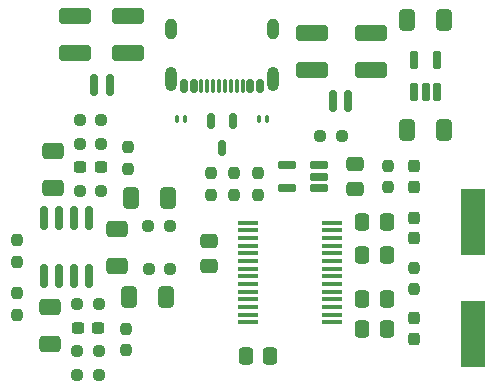
<source format=gtp>
%TF.GenerationSoftware,KiCad,Pcbnew,8.0.4*%
%TF.CreationDate,2024-10-06T13:03:41-05:00*%
%TF.ProjectId,BinauralMic,42696e61-7572-4616-9c4d-69632e6b6963,rev?*%
%TF.SameCoordinates,Original*%
%TF.FileFunction,Paste,Top*%
%TF.FilePolarity,Positive*%
%FSLAX46Y46*%
G04 Gerber Fmt 4.6, Leading zero omitted, Abs format (unit mm)*
G04 Created by KiCad (PCBNEW 8.0.4) date 2024-10-06 13:03:41*
%MOMM*%
%LPD*%
G01*
G04 APERTURE LIST*
G04 Aperture macros list*
%AMRoundRect*
0 Rectangle with rounded corners*
0 $1 Rounding radius*
0 $2 $3 $4 $5 $6 $7 $8 $9 X,Y pos of 4 corners*
0 Add a 4 corners polygon primitive as box body*
4,1,4,$2,$3,$4,$5,$6,$7,$8,$9,$2,$3,0*
0 Add four circle primitives for the rounded corners*
1,1,$1+$1,$2,$3*
1,1,$1+$1,$4,$5*
1,1,$1+$1,$6,$7*
1,1,$1+$1,$8,$9*
0 Add four rect primitives between the rounded corners*
20,1,$1+$1,$2,$3,$4,$5,0*
20,1,$1+$1,$4,$5,$6,$7,0*
20,1,$1+$1,$6,$7,$8,$9,0*
20,1,$1+$1,$8,$9,$2,$3,0*%
G04 Aperture macros list end*
%ADD10R,2.100000X5.600000*%
%ADD11RoundRect,0.250000X-0.412500X-0.650000X0.412500X-0.650000X0.412500X0.650000X-0.412500X0.650000X0*%
%ADD12RoundRect,0.250000X0.337500X0.475000X-0.337500X0.475000X-0.337500X-0.475000X0.337500X-0.475000X0*%
%ADD13RoundRect,0.237500X-0.300000X-0.237500X0.300000X-0.237500X0.300000X0.237500X-0.300000X0.237500X0*%
%ADD14RoundRect,0.237500X-0.237500X0.250000X-0.237500X-0.250000X0.237500X-0.250000X0.237500X0.250000X0*%
%ADD15RoundRect,0.237500X-0.250000X-0.237500X0.250000X-0.237500X0.250000X0.237500X-0.250000X0.237500X0*%
%ADD16RoundRect,0.237500X0.237500X-0.250000X0.237500X0.250000X-0.237500X0.250000X-0.237500X-0.250000X0*%
%ADD17RoundRect,0.250000X1.100000X-0.412500X1.100000X0.412500X-1.100000X0.412500X-1.100000X-0.412500X0*%
%ADD18RoundRect,0.162500X0.617500X0.162500X-0.617500X0.162500X-0.617500X-0.162500X0.617500X-0.162500X0*%
%ADD19RoundRect,0.237500X0.250000X0.237500X-0.250000X0.237500X-0.250000X-0.237500X0.250000X-0.237500X0*%
%ADD20RoundRect,0.150000X-0.150000X0.825000X-0.150000X-0.825000X0.150000X-0.825000X0.150000X0.825000X0*%
%ADD21RoundRect,0.237500X-0.237500X0.300000X-0.237500X-0.300000X0.237500X-0.300000X0.237500X0.300000X0*%
%ADD22RoundRect,0.150000X0.150000X0.750000X-0.150000X0.750000X-0.150000X-0.750000X0.150000X-0.750000X0*%
%ADD23RoundRect,0.250000X0.650000X-0.412500X0.650000X0.412500X-0.650000X0.412500X-0.650000X-0.412500X0*%
%ADD24RoundRect,0.250000X-0.475000X0.337500X-0.475000X-0.337500X0.475000X-0.337500X0.475000X0.337500X0*%
%ADD25RoundRect,0.237500X-0.237500X0.287500X-0.237500X-0.287500X0.237500X-0.287500X0.237500X0.287500X0*%
%ADD26RoundRect,0.250000X-0.650000X0.412500X-0.650000X-0.412500X0.650000X-0.412500X0.650000X0.412500X0*%
%ADD27RoundRect,0.237500X0.237500X-0.300000X0.237500X0.300000X-0.237500X0.300000X-0.237500X-0.300000X0*%
%ADD28RoundRect,0.162500X0.162500X-0.617500X0.162500X0.617500X-0.162500X0.617500X-0.162500X-0.617500X0*%
%ADD29RoundRect,0.150000X-0.150000X-0.750000X0.150000X-0.750000X0.150000X0.750000X-0.150000X0.750000X0*%
%ADD30RoundRect,0.050000X-0.100000X-0.250000X0.100000X-0.250000X0.100000X0.250000X-0.100000X0.250000X0*%
%ADD31RoundRect,0.250000X-0.337500X-0.475000X0.337500X-0.475000X0.337500X0.475000X-0.337500X0.475000X0*%
%ADD32RoundRect,0.050000X0.100000X0.250000X-0.100000X0.250000X-0.100000X-0.250000X0.100000X-0.250000X0*%
%ADD33RoundRect,0.150000X0.150000X0.425000X-0.150000X0.425000X-0.150000X-0.425000X0.150000X-0.425000X0*%
%ADD34RoundRect,0.075000X0.075000X0.500000X-0.075000X0.500000X-0.075000X-0.500000X0.075000X-0.500000X0*%
%ADD35O,1.000000X2.100000*%
%ADD36O,1.000000X1.800000*%
%ADD37R,1.800000X0.450000*%
%ADD38RoundRect,0.150000X-0.150000X0.512500X-0.150000X-0.512500X0.150000X-0.512500X0.150000X0.512500X0*%
G04 APERTURE END LIST*
D10*
%TO.C,Y1*%
X161815981Y-70059545D03*
X161815981Y-79559545D03*
%TD*%
D11*
%TO.C,C4*%
X156253481Y-52959545D03*
X159378481Y-52959545D03*
%TD*%
D12*
%TO.C,C19*%
X144637500Y-81400000D03*
X142562500Y-81400000D03*
%TD*%
D13*
%TO.C,C7*%
X128574999Y-65400000D03*
X130300001Y-65400000D03*
%TD*%
D14*
%TO.C,R18*%
X154600000Y-65287500D03*
X154600000Y-67112500D03*
%TD*%
D15*
%TO.C,R17*%
X148887500Y-62800000D03*
X150712500Y-62800000D03*
%TD*%
D16*
%TO.C,R14*%
X132437500Y-80912500D03*
X132437500Y-79087500D03*
%TD*%
D14*
%TO.C,R20*%
X139600000Y-65887500D03*
X139600000Y-67712500D03*
%TD*%
D17*
%TO.C,C6*%
X128100000Y-55762502D03*
X128100000Y-52637502D03*
%TD*%
D14*
%TO.C,R7*%
X132637500Y-63687500D03*
X132637500Y-65512500D03*
%TD*%
D15*
%TO.C,R11*%
X128325000Y-81000000D03*
X130150000Y-81000000D03*
%TD*%
D18*
%TO.C,U3*%
X148750000Y-67150000D03*
X148750000Y-66200000D03*
X148750000Y-65250000D03*
X146050000Y-65250000D03*
X146050000Y-67150000D03*
%TD*%
D11*
%TO.C,C15*%
X132712500Y-76400000D03*
X135837500Y-76400000D03*
%TD*%
D14*
%TO.C,R19*%
X141600000Y-65887500D03*
X141600000Y-67712500D03*
%TD*%
D17*
%TO.C,C1*%
X148200000Y-57162500D03*
X148200000Y-54037500D03*
%TD*%
D19*
%TO.C,R5*%
X130350000Y-61400000D03*
X128525000Y-61400000D03*
%TD*%
D20*
%TO.C,U2*%
X129342500Y-69687498D03*
X128072500Y-69687498D03*
X126802500Y-69687498D03*
X125532500Y-69687498D03*
X125532500Y-74637498D03*
X126802500Y-74637498D03*
X128072500Y-74637498D03*
X129342500Y-74637498D03*
%TD*%
D21*
%TO.C,C22*%
X156815981Y-78197043D03*
X156815981Y-79922045D03*
%TD*%
D15*
%TO.C,R4*%
X128525000Y-63400000D03*
X130350000Y-63400000D03*
%TD*%
D22*
%TO.C,L2*%
X131075000Y-58450003D03*
X129725000Y-58450003D03*
%TD*%
D23*
%TO.C,C11*%
X131637500Y-73762500D03*
X131637500Y-70637500D03*
%TD*%
D19*
%TO.C,R12*%
X130150000Y-83000000D03*
X128325000Y-83000000D03*
%TD*%
D16*
%TO.C,R16*%
X143600000Y-67712500D03*
X143600000Y-65887500D03*
%TD*%
D24*
%TO.C,C16*%
X151800000Y-65162500D03*
X151800000Y-67237500D03*
%TD*%
D25*
%TO.C,D4*%
X156800000Y-65325001D03*
X156800000Y-67074999D03*
%TD*%
D17*
%TO.C,C5*%
X132600000Y-55762500D03*
X132600000Y-52637500D03*
%TD*%
D26*
%TO.C,C8*%
X126237500Y-64037500D03*
X126237500Y-67162500D03*
%TD*%
D11*
%TO.C,C9*%
X132875000Y-68000000D03*
X136000000Y-68000000D03*
%TD*%
D23*
%TO.C,C14*%
X126037500Y-80362500D03*
X126037500Y-77237500D03*
%TD*%
D27*
%TO.C,C21*%
X156815982Y-71422047D03*
X156815982Y-69697045D03*
%TD*%
D28*
%TO.C,U1*%
X156865981Y-59059545D03*
X157815981Y-59059545D03*
X158765981Y-59059545D03*
X158765981Y-56359545D03*
X156865981Y-56359545D03*
%TD*%
D15*
%TO.C,R13*%
X128325000Y-77000000D03*
X130150000Y-77000000D03*
%TD*%
D19*
%TO.C,R8*%
X136150000Y-70400000D03*
X134325000Y-70400000D03*
%TD*%
D17*
%TO.C,C2*%
X153200000Y-57162500D03*
X153200000Y-54037500D03*
%TD*%
D29*
%TO.C,L1*%
X149925000Y-59800000D03*
X151275000Y-59800000D03*
%TD*%
D30*
%TO.C,D5*%
X136715983Y-61309546D03*
X137415981Y-61309546D03*
%TD*%
D13*
%TO.C,C13*%
X128374999Y-79000000D03*
X130100001Y-79000000D03*
%TD*%
D31*
%TO.C,C24*%
X152455982Y-72809545D03*
X154530982Y-72809545D03*
%TD*%
%TO.C,C23*%
X152455983Y-79059546D03*
X154530983Y-79059546D03*
%TD*%
D11*
%TO.C,C3*%
X156253481Y-62209545D03*
X159378481Y-62209545D03*
%TD*%
D31*
%TO.C,C17*%
X152455982Y-70059546D03*
X154530982Y-70059546D03*
%TD*%
D19*
%TO.C,R15*%
X136187500Y-74000000D03*
X134362500Y-74000000D03*
%TD*%
D14*
%TO.C,R10*%
X123250000Y-76087500D03*
X123250000Y-77912500D03*
%TD*%
D32*
%TO.C,D2*%
X144415980Y-61309546D03*
X143715982Y-61309546D03*
%TD*%
D33*
%TO.C,J2*%
X143765981Y-58489546D03*
X142965981Y-58489546D03*
D34*
X141815981Y-58489545D03*
X140815981Y-58489546D03*
X140315981Y-58489546D03*
X139315981Y-58489545D03*
D33*
X138165981Y-58489546D03*
X137365981Y-58489546D03*
X137365981Y-58489546D03*
X138165981Y-58489546D03*
D34*
X138815981Y-58489546D03*
X139815981Y-58489546D03*
X141315981Y-58489546D03*
X142315981Y-58489546D03*
D33*
X142965981Y-58489546D03*
X143765981Y-58489546D03*
D35*
X144885981Y-57914546D03*
D36*
X144885981Y-53734546D03*
D35*
X136245981Y-57914546D03*
D36*
X136245981Y-53734546D03*
%TD*%
D31*
%TO.C,C18*%
X152455980Y-76559546D03*
X154530980Y-76559546D03*
%TD*%
D15*
%TO.C,R6*%
X128525000Y-67400000D03*
X130350000Y-67400000D03*
%TD*%
D37*
%TO.C,IC1*%
X142765982Y-70084546D03*
X142765982Y-70734546D03*
X142765982Y-71384546D03*
X142765982Y-72034546D03*
X142765981Y-72684546D03*
X142765982Y-73334546D03*
X142765982Y-73984546D03*
X142765982Y-74634546D03*
X142765982Y-75284546D03*
X142765981Y-75934546D03*
X142765982Y-76584546D03*
X142765982Y-77234546D03*
X142765982Y-77884546D03*
X142765982Y-78534546D03*
X149865982Y-78534546D03*
X149865982Y-77884546D03*
X149865982Y-77234546D03*
X149865982Y-76584546D03*
X149865983Y-75934546D03*
X149865982Y-75284546D03*
X149865982Y-74634546D03*
X149865982Y-73984546D03*
X149865982Y-73334546D03*
X149865983Y-72684546D03*
X149865982Y-72034546D03*
X149865982Y-71384546D03*
X149865982Y-70734546D03*
X149865982Y-70084546D03*
%TD*%
D24*
%TO.C,C20*%
X139500000Y-71662500D03*
X139500000Y-73737500D03*
%TD*%
D38*
%TO.C,D3*%
X141515980Y-61462500D03*
X139615982Y-61462500D03*
X140565981Y-63737500D03*
%TD*%
D14*
%TO.C,R21*%
X156815981Y-73897045D03*
X156815981Y-75722045D03*
%TD*%
%TO.C,R9*%
X123250000Y-71587500D03*
X123250000Y-73412500D03*
%TD*%
M02*

</source>
